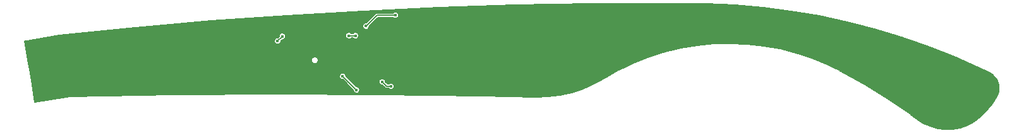
<source format=gbl>
G04 #@! TF.GenerationSoftware,KiCad,Pcbnew,(5.0.1)-3*
G04 #@! TF.CreationDate,2020-05-15T20:10:48+09:30*
G04 #@! TF.ProjectId,LED Left Glasses Arm (mcu),4C4544204C65667420476C6173736573,rev?*
G04 #@! TF.SameCoordinates,Original*
G04 #@! TF.FileFunction,Copper,L2,Bot,Signal*
G04 #@! TF.FilePolarity,Positive*
%FSLAX46Y46*%
G04 Gerber Fmt 4.6, Leading zero omitted, Abs format (unit mm)*
G04 Created by KiCad (PCBNEW (5.0.1)-3) date 15/05/2020 8:10:48 PM*
%MOMM*%
%LPD*%
G01*
G04 APERTURE LIST*
G04 #@! TA.AperFunction,ViaPad*
%ADD10C,0.450000*%
G04 #@! TD*
G04 #@! TA.AperFunction,Conductor*
%ADD11C,0.150000*%
G04 #@! TD*
G04 APERTURE END LIST*
D10*
G04 #@! TO.N,GND*
X87100000Y-95625000D03*
X89300000Y-94225000D03*
X84625000Y-95625000D03*
X102525000Y-89550000D03*
X95525000Y-89500000D03*
X102475000Y-94675000D03*
X106975000Y-94875000D03*
X111000000Y-94575000D03*
X116050000Y-94525000D03*
X119500000Y-94350000D03*
X124550000Y-94650000D03*
X126150000Y-92350000D03*
X137025000Y-94650000D03*
X142000000Y-89300000D03*
X146000000Y-89175000D03*
X99000000Y-94250000D03*
X149050010Y-91975000D03*
G04 #@! TO.N,+3V3*
X130300000Y-86650000D03*
X126350000Y-88125000D03*
G04 #@! TO.N,/NRST*
X129705699Y-96205699D03*
X128531801Y-95606801D03*
G04 #@! TO.N,/MIC_MISO*
X123230699Y-94869301D03*
X125075000Y-96700000D03*
G04 #@! TO.N,Net-(C106-Pad1)*
X124950000Y-89400000D03*
X124050000Y-89400000D03*
X115143199Y-89481801D03*
X114506801Y-90118199D03*
G04 #@! TD*
D11*
G04 #@! TO.N,+3V3*
X127825000Y-86650000D02*
X126574999Y-87900001D01*
X126574999Y-87900001D02*
X126350000Y-88125000D01*
X130300000Y-86650000D02*
X127825000Y-86650000D01*
G04 #@! TO.N,/NRST*
X129705699Y-96205699D02*
X129130699Y-96205699D01*
X129130699Y-96205699D02*
X128531801Y-95606801D01*
G04 #@! TO.N,/MIC_MISO*
X123230699Y-94869301D02*
X125061398Y-96700000D01*
X125061398Y-96700000D02*
X125075000Y-96700000D01*
G04 #@! TO.N,Net-(C106-Pad1)*
X124950000Y-89400000D02*
X124050000Y-89400000D01*
X115143199Y-89481801D02*
X114506801Y-90118199D01*
G04 #@! TD*
G04 #@! TO.N,GND*
G36*
X171945029Y-85142056D02*
X175751265Y-85305790D01*
X179546338Y-85628686D01*
X183324555Y-86110219D01*
X187079323Y-86749550D01*
X190803992Y-87545547D01*
X194492076Y-88496822D01*
X198137093Y-89601705D01*
X201732634Y-90858253D01*
X205272416Y-92264268D01*
X208752273Y-93818201D01*
X209875108Y-94357644D01*
X210273949Y-94603577D01*
X210606547Y-94912203D01*
X210872866Y-95279553D01*
X211063572Y-95693392D01*
X211160609Y-96076300D01*
X211190014Y-96531010D01*
X211130790Y-96980856D01*
X210982585Y-97418712D01*
X210891537Y-97598084D01*
X210200798Y-98662757D01*
X209387558Y-99636254D01*
X208640714Y-100353436D01*
X207830932Y-100956005D01*
X206943139Y-101427126D01*
X205994303Y-101758536D01*
X205006251Y-101942613D01*
X204001726Y-101975119D01*
X203003845Y-101855304D01*
X202035568Y-101585929D01*
X201117915Y-101172621D01*
X200354766Y-100687119D01*
X199382888Y-99983055D01*
X199379044Y-99980396D01*
X199375183Y-99977641D01*
X196328083Y-97902107D01*
X196328052Y-97902085D01*
X196316162Y-97894361D01*
X193181449Y-95953728D01*
X193181396Y-95953694D01*
X193175172Y-95950027D01*
X193169180Y-95946495D01*
X193169125Y-95946466D01*
X189952747Y-94144414D01*
X189940229Y-94137754D01*
X189938320Y-94136843D01*
X189937380Y-94136339D01*
X188150962Y-93257288D01*
X188141191Y-93252897D01*
X188131267Y-93248397D01*
X186097368Y-92410480D01*
X186092905Y-92408821D01*
X186076105Y-92402576D01*
X183988710Y-91708577D01*
X183966947Y-91702176D01*
X181836226Y-91155477D01*
X181831346Y-91154405D01*
X181814069Y-91150609D01*
X179650404Y-90753875D01*
X179647847Y-90753498D01*
X179627962Y-90750564D01*
X177441891Y-90505724D01*
X177419273Y-90503988D01*
X177419272Y-90503988D01*
X175221449Y-90412238D01*
X175198765Y-90412083D01*
X172999894Y-90473868D01*
X172988942Y-90474559D01*
X172977254Y-90475296D01*
X170788049Y-90690317D01*
X170777327Y-90691750D01*
X170765564Y-90693321D01*
X168596692Y-91060529D01*
X168585581Y-91062812D01*
X168574471Y-91065094D01*
X166436496Y-91582700D01*
X166422520Y-91586605D01*
X166414649Y-91588804D01*
X164317988Y-92254287D01*
X164297770Y-92261491D01*
X164296619Y-92261901D01*
X162251488Y-93072019D01*
X162230702Y-93081104D01*
X162230691Y-93081110D01*
X160247064Y-94031909D01*
X160233183Y-94039169D01*
X160226963Y-94042422D01*
X158316683Y-95128032D01*
X156898886Y-95909392D01*
X155425487Y-96545753D01*
X153897865Y-97037969D01*
X152330102Y-97381503D01*
X150736597Y-97573196D01*
X149129720Y-97611611D01*
X141881202Y-97458170D01*
X141880040Y-97458152D01*
X141878606Y-97458125D01*
X128086731Y-97276415D01*
X128083328Y-97276388D01*
X128083327Y-97276388D01*
X114290305Y-97239113D01*
X114286902Y-97239122D01*
X100494246Y-97346287D01*
X100490843Y-97346331D01*
X86715131Y-97597649D01*
X86708203Y-97596720D01*
X86660317Y-97599743D01*
X81984891Y-98360070D01*
X81410007Y-94824980D01*
X122780699Y-94824980D01*
X122780699Y-94913622D01*
X122797993Y-95000561D01*
X122831914Y-95082456D01*
X122881161Y-95156159D01*
X122943841Y-95218839D01*
X123017544Y-95268086D01*
X123099439Y-95302007D01*
X123186378Y-95319301D01*
X123256436Y-95319301D01*
X124625000Y-96687866D01*
X124625000Y-96744321D01*
X124642294Y-96831260D01*
X124676215Y-96913155D01*
X124725462Y-96986858D01*
X124788142Y-97049538D01*
X124861845Y-97098785D01*
X124943740Y-97132706D01*
X125030679Y-97150000D01*
X125119321Y-97150000D01*
X125206260Y-97132706D01*
X125288155Y-97098785D01*
X125361858Y-97049538D01*
X125424538Y-96986858D01*
X125473785Y-96913155D01*
X125507706Y-96831260D01*
X125525000Y-96744321D01*
X125525000Y-96655679D01*
X125507706Y-96568740D01*
X125473785Y-96486845D01*
X125424538Y-96413142D01*
X125361858Y-96350462D01*
X125288155Y-96301215D01*
X125206260Y-96267294D01*
X125119321Y-96250000D01*
X125035662Y-96250000D01*
X124348142Y-95562480D01*
X128081801Y-95562480D01*
X128081801Y-95651122D01*
X128099095Y-95738061D01*
X128133016Y-95819956D01*
X128182263Y-95893659D01*
X128244943Y-95956339D01*
X128318646Y-96005586D01*
X128400541Y-96039507D01*
X128487480Y-96056801D01*
X128557538Y-96056801D01*
X128908150Y-96407414D01*
X128917541Y-96418857D01*
X128928984Y-96428248D01*
X128928985Y-96428249D01*
X128963221Y-96456346D01*
X129012377Y-96482620D01*
X129015339Y-96484203D01*
X129071889Y-96501358D01*
X129115966Y-96505699D01*
X129115969Y-96505699D01*
X129130699Y-96507150D01*
X129145429Y-96505699D01*
X129369303Y-96505699D01*
X129418841Y-96555237D01*
X129492544Y-96604484D01*
X129574439Y-96638405D01*
X129661378Y-96655699D01*
X129750020Y-96655699D01*
X129836959Y-96638405D01*
X129918854Y-96604484D01*
X129992557Y-96555237D01*
X130055237Y-96492557D01*
X130104484Y-96418854D01*
X130138405Y-96336959D01*
X130155699Y-96250020D01*
X130155699Y-96161378D01*
X130138405Y-96074439D01*
X130104484Y-95992544D01*
X130055237Y-95918841D01*
X129992557Y-95856161D01*
X129918854Y-95806914D01*
X129836959Y-95772993D01*
X129750020Y-95755699D01*
X129661378Y-95755699D01*
X129574439Y-95772993D01*
X129492544Y-95806914D01*
X129418841Y-95856161D01*
X129369303Y-95905699D01*
X129254963Y-95905699D01*
X128981801Y-95632538D01*
X128981801Y-95562480D01*
X128964507Y-95475541D01*
X128930586Y-95393646D01*
X128881339Y-95319943D01*
X128818659Y-95257263D01*
X128744956Y-95208016D01*
X128663061Y-95174095D01*
X128576122Y-95156801D01*
X128487480Y-95156801D01*
X128400541Y-95174095D01*
X128318646Y-95208016D01*
X128244943Y-95257263D01*
X128182263Y-95319943D01*
X128133016Y-95393646D01*
X128099095Y-95475541D01*
X128081801Y-95562480D01*
X124348142Y-95562480D01*
X123680699Y-94895038D01*
X123680699Y-94824980D01*
X123663405Y-94738041D01*
X123629484Y-94656146D01*
X123580237Y-94582443D01*
X123517557Y-94519763D01*
X123443854Y-94470516D01*
X123361959Y-94436595D01*
X123275020Y-94419301D01*
X123186378Y-94419301D01*
X123099439Y-94436595D01*
X123017544Y-94470516D01*
X122943841Y-94519763D01*
X122881161Y-94582443D01*
X122831914Y-94656146D01*
X122797993Y-94738041D01*
X122780699Y-94824980D01*
X81410007Y-94824980D01*
X81058456Y-92663217D01*
X119025000Y-92663217D01*
X119025000Y-92756783D01*
X119043254Y-92848552D01*
X119079061Y-92934997D01*
X119131044Y-93012795D01*
X119197205Y-93078956D01*
X119275003Y-93130939D01*
X119361448Y-93166746D01*
X119453217Y-93185000D01*
X119546783Y-93185000D01*
X119638552Y-93166746D01*
X119724997Y-93130939D01*
X119802795Y-93078956D01*
X119868956Y-93012795D01*
X119920939Y-92934997D01*
X119956746Y-92848552D01*
X119975000Y-92756783D01*
X119975000Y-92663217D01*
X119956746Y-92571448D01*
X119920939Y-92485003D01*
X119868956Y-92407205D01*
X119802795Y-92341044D01*
X119724997Y-92289061D01*
X119638552Y-92253254D01*
X119546783Y-92235000D01*
X119453217Y-92235000D01*
X119361448Y-92253254D01*
X119275003Y-92289061D01*
X119197205Y-92341044D01*
X119131044Y-92407205D01*
X119079061Y-92485003D01*
X119043254Y-92571448D01*
X119025000Y-92663217D01*
X81058456Y-92663217D01*
X80644602Y-90118338D01*
X80917996Y-90073878D01*
X114056801Y-90073878D01*
X114056801Y-90162520D01*
X114074095Y-90249459D01*
X114108016Y-90331354D01*
X114157263Y-90405057D01*
X114219943Y-90467737D01*
X114293646Y-90516984D01*
X114375541Y-90550905D01*
X114462480Y-90568199D01*
X114551122Y-90568199D01*
X114638061Y-90550905D01*
X114719956Y-90516984D01*
X114793659Y-90467737D01*
X114856339Y-90405057D01*
X114905586Y-90331354D01*
X114939507Y-90249459D01*
X114956801Y-90162520D01*
X114956801Y-90092463D01*
X115117463Y-89931801D01*
X115187520Y-89931801D01*
X115274459Y-89914507D01*
X115356354Y-89880586D01*
X115430057Y-89831339D01*
X115492737Y-89768659D01*
X115541984Y-89694956D01*
X115575905Y-89613061D01*
X115593199Y-89526122D01*
X115593199Y-89437480D01*
X115576928Y-89355679D01*
X123600000Y-89355679D01*
X123600000Y-89444321D01*
X123617294Y-89531260D01*
X123651215Y-89613155D01*
X123700462Y-89686858D01*
X123763142Y-89749538D01*
X123836845Y-89798785D01*
X123918740Y-89832706D01*
X124005679Y-89850000D01*
X124094321Y-89850000D01*
X124181260Y-89832706D01*
X124263155Y-89798785D01*
X124336858Y-89749538D01*
X124386396Y-89700000D01*
X124613604Y-89700000D01*
X124663142Y-89749538D01*
X124736845Y-89798785D01*
X124818740Y-89832706D01*
X124905679Y-89850000D01*
X124994321Y-89850000D01*
X125081260Y-89832706D01*
X125163155Y-89798785D01*
X125236858Y-89749538D01*
X125299538Y-89686858D01*
X125348785Y-89613155D01*
X125382706Y-89531260D01*
X125400000Y-89444321D01*
X125400000Y-89355679D01*
X125382706Y-89268740D01*
X125348785Y-89186845D01*
X125299538Y-89113142D01*
X125236858Y-89050462D01*
X125163155Y-89001215D01*
X125081260Y-88967294D01*
X124994321Y-88950000D01*
X124905679Y-88950000D01*
X124818740Y-88967294D01*
X124736845Y-89001215D01*
X124663142Y-89050462D01*
X124613604Y-89100000D01*
X124386396Y-89100000D01*
X124336858Y-89050462D01*
X124263155Y-89001215D01*
X124181260Y-88967294D01*
X124094321Y-88950000D01*
X124005679Y-88950000D01*
X123918740Y-88967294D01*
X123836845Y-89001215D01*
X123763142Y-89050462D01*
X123700462Y-89113142D01*
X123651215Y-89186845D01*
X123617294Y-89268740D01*
X123600000Y-89355679D01*
X115576928Y-89355679D01*
X115575905Y-89350541D01*
X115541984Y-89268646D01*
X115492737Y-89194943D01*
X115430057Y-89132263D01*
X115356354Y-89083016D01*
X115274459Y-89049095D01*
X115187520Y-89031801D01*
X115098878Y-89031801D01*
X115011939Y-89049095D01*
X114930044Y-89083016D01*
X114856341Y-89132263D01*
X114793661Y-89194943D01*
X114744414Y-89268646D01*
X114710493Y-89350541D01*
X114693199Y-89437480D01*
X114693199Y-89507537D01*
X114532537Y-89668199D01*
X114462480Y-89668199D01*
X114375541Y-89685493D01*
X114293646Y-89719414D01*
X114219943Y-89768661D01*
X114157263Y-89831341D01*
X114108016Y-89905044D01*
X114074095Y-89986939D01*
X114056801Y-90073878D01*
X80917996Y-90073878D01*
X85300544Y-89361179D01*
X95439281Y-88332622D01*
X98323211Y-88080679D01*
X125900000Y-88080679D01*
X125900000Y-88169321D01*
X125917294Y-88256260D01*
X125951215Y-88338155D01*
X126000462Y-88411858D01*
X126063142Y-88474538D01*
X126136845Y-88523785D01*
X126218740Y-88557706D01*
X126305679Y-88575000D01*
X126394321Y-88575000D01*
X126481260Y-88557706D01*
X126563155Y-88523785D01*
X126636858Y-88474538D01*
X126699538Y-88411858D01*
X126748785Y-88338155D01*
X126782706Y-88256260D01*
X126800000Y-88169321D01*
X126800000Y-88099263D01*
X127949264Y-86950000D01*
X129963604Y-86950000D01*
X130013142Y-86999538D01*
X130086845Y-87048785D01*
X130168740Y-87082706D01*
X130255679Y-87100000D01*
X130344321Y-87100000D01*
X130431260Y-87082706D01*
X130513155Y-87048785D01*
X130586858Y-86999538D01*
X130649538Y-86936858D01*
X130698785Y-86863155D01*
X130732706Y-86781260D01*
X130750000Y-86694321D01*
X130750000Y-86605679D01*
X130732706Y-86518740D01*
X130698785Y-86436845D01*
X130649538Y-86363142D01*
X130586858Y-86300462D01*
X130513155Y-86251215D01*
X130431260Y-86217294D01*
X130344321Y-86200000D01*
X130255679Y-86200000D01*
X130168740Y-86217294D01*
X130086845Y-86251215D01*
X130013142Y-86300462D01*
X129963604Y-86350000D01*
X127839722Y-86350000D01*
X127824999Y-86348550D01*
X127810276Y-86350000D01*
X127810267Y-86350000D01*
X127766190Y-86354341D01*
X127709640Y-86371496D01*
X127689109Y-86382470D01*
X127657522Y-86399353D01*
X127623285Y-86427451D01*
X127611842Y-86436842D01*
X127602451Y-86448285D01*
X126375737Y-87675000D01*
X126305679Y-87675000D01*
X126218740Y-87692294D01*
X126136845Y-87726215D01*
X126063142Y-87775462D01*
X126000462Y-87838142D01*
X125951215Y-87911845D01*
X125917294Y-87993740D01*
X125900000Y-88080679D01*
X98323211Y-88080679D01*
X105598989Y-87445060D01*
X115770021Y-86699443D01*
X125950464Y-86095908D01*
X136138344Y-85634573D01*
X146331736Y-85315526D01*
X156528517Y-85138833D01*
X166727302Y-85104526D01*
X171945029Y-85142056D01*
X171945029Y-85142056D01*
G37*
X171945029Y-85142056D02*
X175751265Y-85305790D01*
X179546338Y-85628686D01*
X183324555Y-86110219D01*
X187079323Y-86749550D01*
X190803992Y-87545547D01*
X194492076Y-88496822D01*
X198137093Y-89601705D01*
X201732634Y-90858253D01*
X205272416Y-92264268D01*
X208752273Y-93818201D01*
X209875108Y-94357644D01*
X210273949Y-94603577D01*
X210606547Y-94912203D01*
X210872866Y-95279553D01*
X211063572Y-95693392D01*
X211160609Y-96076300D01*
X211190014Y-96531010D01*
X211130790Y-96980856D01*
X210982585Y-97418712D01*
X210891537Y-97598084D01*
X210200798Y-98662757D01*
X209387558Y-99636254D01*
X208640714Y-100353436D01*
X207830932Y-100956005D01*
X206943139Y-101427126D01*
X205994303Y-101758536D01*
X205006251Y-101942613D01*
X204001726Y-101975119D01*
X203003845Y-101855304D01*
X202035568Y-101585929D01*
X201117915Y-101172621D01*
X200354766Y-100687119D01*
X199382888Y-99983055D01*
X199379044Y-99980396D01*
X199375183Y-99977641D01*
X196328083Y-97902107D01*
X196328052Y-97902085D01*
X196316162Y-97894361D01*
X193181449Y-95953728D01*
X193181396Y-95953694D01*
X193175172Y-95950027D01*
X193169180Y-95946495D01*
X193169125Y-95946466D01*
X189952747Y-94144414D01*
X189940229Y-94137754D01*
X189938320Y-94136843D01*
X189937380Y-94136339D01*
X188150962Y-93257288D01*
X188141191Y-93252897D01*
X188131267Y-93248397D01*
X186097368Y-92410480D01*
X186092905Y-92408821D01*
X186076105Y-92402576D01*
X183988710Y-91708577D01*
X183966947Y-91702176D01*
X181836226Y-91155477D01*
X181831346Y-91154405D01*
X181814069Y-91150609D01*
X179650404Y-90753875D01*
X179647847Y-90753498D01*
X179627962Y-90750564D01*
X177441891Y-90505724D01*
X177419273Y-90503988D01*
X177419272Y-90503988D01*
X175221449Y-90412238D01*
X175198765Y-90412083D01*
X172999894Y-90473868D01*
X172988942Y-90474559D01*
X172977254Y-90475296D01*
X170788049Y-90690317D01*
X170777327Y-90691750D01*
X170765564Y-90693321D01*
X168596692Y-91060529D01*
X168585581Y-91062812D01*
X168574471Y-91065094D01*
X166436496Y-91582700D01*
X166422520Y-91586605D01*
X166414649Y-91588804D01*
X164317988Y-92254287D01*
X164297770Y-92261491D01*
X164296619Y-92261901D01*
X162251488Y-93072019D01*
X162230702Y-93081104D01*
X162230691Y-93081110D01*
X160247064Y-94031909D01*
X160233183Y-94039169D01*
X160226963Y-94042422D01*
X158316683Y-95128032D01*
X156898886Y-95909392D01*
X155425487Y-96545753D01*
X153897865Y-97037969D01*
X152330102Y-97381503D01*
X150736597Y-97573196D01*
X149129720Y-97611611D01*
X141881202Y-97458170D01*
X141880040Y-97458152D01*
X141878606Y-97458125D01*
X128086731Y-97276415D01*
X128083328Y-97276388D01*
X128083327Y-97276388D01*
X114290305Y-97239113D01*
X114286902Y-97239122D01*
X100494246Y-97346287D01*
X100490843Y-97346331D01*
X86715131Y-97597649D01*
X86708203Y-97596720D01*
X86660317Y-97599743D01*
X81984891Y-98360070D01*
X81410007Y-94824980D01*
X122780699Y-94824980D01*
X122780699Y-94913622D01*
X122797993Y-95000561D01*
X122831914Y-95082456D01*
X122881161Y-95156159D01*
X122943841Y-95218839D01*
X123017544Y-95268086D01*
X123099439Y-95302007D01*
X123186378Y-95319301D01*
X123256436Y-95319301D01*
X124625000Y-96687866D01*
X124625000Y-96744321D01*
X124642294Y-96831260D01*
X124676215Y-96913155D01*
X124725462Y-96986858D01*
X124788142Y-97049538D01*
X124861845Y-97098785D01*
X124943740Y-97132706D01*
X125030679Y-97150000D01*
X125119321Y-97150000D01*
X125206260Y-97132706D01*
X125288155Y-97098785D01*
X125361858Y-97049538D01*
X125424538Y-96986858D01*
X125473785Y-96913155D01*
X125507706Y-96831260D01*
X125525000Y-96744321D01*
X125525000Y-96655679D01*
X125507706Y-96568740D01*
X125473785Y-96486845D01*
X125424538Y-96413142D01*
X125361858Y-96350462D01*
X125288155Y-96301215D01*
X125206260Y-96267294D01*
X125119321Y-96250000D01*
X125035662Y-96250000D01*
X124348142Y-95562480D01*
X128081801Y-95562480D01*
X128081801Y-95651122D01*
X128099095Y-95738061D01*
X128133016Y-95819956D01*
X128182263Y-95893659D01*
X128244943Y-95956339D01*
X128318646Y-96005586D01*
X128400541Y-96039507D01*
X128487480Y-96056801D01*
X128557538Y-96056801D01*
X128908150Y-96407414D01*
X128917541Y-96418857D01*
X128928984Y-96428248D01*
X128928985Y-96428249D01*
X128963221Y-96456346D01*
X129012377Y-96482620D01*
X129015339Y-96484203D01*
X129071889Y-96501358D01*
X129115966Y-96505699D01*
X129115969Y-96505699D01*
X129130699Y-96507150D01*
X129145429Y-96505699D01*
X129369303Y-96505699D01*
X129418841Y-96555237D01*
X129492544Y-96604484D01*
X129574439Y-96638405D01*
X129661378Y-96655699D01*
X129750020Y-96655699D01*
X129836959Y-96638405D01*
X129918854Y-96604484D01*
X129992557Y-96555237D01*
X130055237Y-96492557D01*
X130104484Y-96418854D01*
X130138405Y-96336959D01*
X130155699Y-96250020D01*
X130155699Y-96161378D01*
X130138405Y-96074439D01*
X130104484Y-95992544D01*
X130055237Y-95918841D01*
X129992557Y-95856161D01*
X129918854Y-95806914D01*
X129836959Y-95772993D01*
X129750020Y-95755699D01*
X129661378Y-95755699D01*
X129574439Y-95772993D01*
X129492544Y-95806914D01*
X129418841Y-95856161D01*
X129369303Y-95905699D01*
X129254963Y-95905699D01*
X128981801Y-95632538D01*
X128981801Y-95562480D01*
X128964507Y-95475541D01*
X128930586Y-95393646D01*
X128881339Y-95319943D01*
X128818659Y-95257263D01*
X128744956Y-95208016D01*
X128663061Y-95174095D01*
X128576122Y-95156801D01*
X128487480Y-95156801D01*
X128400541Y-95174095D01*
X128318646Y-95208016D01*
X128244943Y-95257263D01*
X128182263Y-95319943D01*
X128133016Y-95393646D01*
X128099095Y-95475541D01*
X128081801Y-95562480D01*
X124348142Y-95562480D01*
X123680699Y-94895038D01*
X123680699Y-94824980D01*
X123663405Y-94738041D01*
X123629484Y-94656146D01*
X123580237Y-94582443D01*
X123517557Y-94519763D01*
X123443854Y-94470516D01*
X123361959Y-94436595D01*
X123275020Y-94419301D01*
X123186378Y-94419301D01*
X123099439Y-94436595D01*
X123017544Y-94470516D01*
X122943841Y-94519763D01*
X122881161Y-94582443D01*
X122831914Y-94656146D01*
X122797993Y-94738041D01*
X122780699Y-94824980D01*
X81410007Y-94824980D01*
X81058456Y-92663217D01*
X119025000Y-92663217D01*
X119025000Y-92756783D01*
X119043254Y-92848552D01*
X119079061Y-92934997D01*
X119131044Y-93012795D01*
X119197205Y-93078956D01*
X119275003Y-93130939D01*
X119361448Y-93166746D01*
X119453217Y-93185000D01*
X119546783Y-93185000D01*
X119638552Y-93166746D01*
X119724997Y-93130939D01*
X119802795Y-93078956D01*
X119868956Y-93012795D01*
X119920939Y-92934997D01*
X119956746Y-92848552D01*
X119975000Y-92756783D01*
X119975000Y-92663217D01*
X119956746Y-92571448D01*
X119920939Y-92485003D01*
X119868956Y-92407205D01*
X119802795Y-92341044D01*
X119724997Y-92289061D01*
X119638552Y-92253254D01*
X119546783Y-92235000D01*
X119453217Y-92235000D01*
X119361448Y-92253254D01*
X119275003Y-92289061D01*
X119197205Y-92341044D01*
X119131044Y-92407205D01*
X119079061Y-92485003D01*
X119043254Y-92571448D01*
X119025000Y-92663217D01*
X81058456Y-92663217D01*
X80644602Y-90118338D01*
X80917996Y-90073878D01*
X114056801Y-90073878D01*
X114056801Y-90162520D01*
X114074095Y-90249459D01*
X114108016Y-90331354D01*
X114157263Y-90405057D01*
X114219943Y-90467737D01*
X114293646Y-90516984D01*
X114375541Y-90550905D01*
X114462480Y-90568199D01*
X114551122Y-90568199D01*
X114638061Y-90550905D01*
X114719956Y-90516984D01*
X114793659Y-90467737D01*
X114856339Y-90405057D01*
X114905586Y-90331354D01*
X114939507Y-90249459D01*
X114956801Y-90162520D01*
X114956801Y-90092463D01*
X115117463Y-89931801D01*
X115187520Y-89931801D01*
X115274459Y-89914507D01*
X115356354Y-89880586D01*
X115430057Y-89831339D01*
X115492737Y-89768659D01*
X115541984Y-89694956D01*
X115575905Y-89613061D01*
X115593199Y-89526122D01*
X115593199Y-89437480D01*
X115576928Y-89355679D01*
X123600000Y-89355679D01*
X123600000Y-89444321D01*
X123617294Y-89531260D01*
X123651215Y-89613155D01*
X123700462Y-89686858D01*
X123763142Y-89749538D01*
X123836845Y-89798785D01*
X123918740Y-89832706D01*
X124005679Y-89850000D01*
X124094321Y-89850000D01*
X124181260Y-89832706D01*
X124263155Y-89798785D01*
X124336858Y-89749538D01*
X124386396Y-89700000D01*
X124613604Y-89700000D01*
X124663142Y-89749538D01*
X124736845Y-89798785D01*
X124818740Y-89832706D01*
X124905679Y-89850000D01*
X124994321Y-89850000D01*
X125081260Y-89832706D01*
X125163155Y-89798785D01*
X125236858Y-89749538D01*
X125299538Y-89686858D01*
X125348785Y-89613155D01*
X125382706Y-89531260D01*
X125400000Y-89444321D01*
X125400000Y-89355679D01*
X125382706Y-89268740D01*
X125348785Y-89186845D01*
X125299538Y-89113142D01*
X125236858Y-89050462D01*
X125163155Y-89001215D01*
X125081260Y-88967294D01*
X124994321Y-88950000D01*
X124905679Y-88950000D01*
X124818740Y-88967294D01*
X124736845Y-89001215D01*
X124663142Y-89050462D01*
X124613604Y-89100000D01*
X124386396Y-89100000D01*
X124336858Y-89050462D01*
X124263155Y-89001215D01*
X124181260Y-88967294D01*
X124094321Y-88950000D01*
X124005679Y-88950000D01*
X123918740Y-88967294D01*
X123836845Y-89001215D01*
X123763142Y-89050462D01*
X123700462Y-89113142D01*
X123651215Y-89186845D01*
X123617294Y-89268740D01*
X123600000Y-89355679D01*
X115576928Y-89355679D01*
X115575905Y-89350541D01*
X115541984Y-89268646D01*
X115492737Y-89194943D01*
X115430057Y-89132263D01*
X115356354Y-89083016D01*
X115274459Y-89049095D01*
X115187520Y-89031801D01*
X115098878Y-89031801D01*
X115011939Y-89049095D01*
X114930044Y-89083016D01*
X114856341Y-89132263D01*
X114793661Y-89194943D01*
X114744414Y-89268646D01*
X114710493Y-89350541D01*
X114693199Y-89437480D01*
X114693199Y-89507537D01*
X114532537Y-89668199D01*
X114462480Y-89668199D01*
X114375541Y-89685493D01*
X114293646Y-89719414D01*
X114219943Y-89768661D01*
X114157263Y-89831341D01*
X114108016Y-89905044D01*
X114074095Y-89986939D01*
X114056801Y-90073878D01*
X80917996Y-90073878D01*
X85300544Y-89361179D01*
X95439281Y-88332622D01*
X98323211Y-88080679D01*
X125900000Y-88080679D01*
X125900000Y-88169321D01*
X125917294Y-88256260D01*
X125951215Y-88338155D01*
X126000462Y-88411858D01*
X126063142Y-88474538D01*
X126136845Y-88523785D01*
X126218740Y-88557706D01*
X126305679Y-88575000D01*
X126394321Y-88575000D01*
X126481260Y-88557706D01*
X126563155Y-88523785D01*
X126636858Y-88474538D01*
X126699538Y-88411858D01*
X126748785Y-88338155D01*
X126782706Y-88256260D01*
X126800000Y-88169321D01*
X126800000Y-88099263D01*
X127949264Y-86950000D01*
X129963604Y-86950000D01*
X130013142Y-86999538D01*
X130086845Y-87048785D01*
X130168740Y-87082706D01*
X130255679Y-87100000D01*
X130344321Y-87100000D01*
X130431260Y-87082706D01*
X130513155Y-87048785D01*
X130586858Y-86999538D01*
X130649538Y-86936858D01*
X130698785Y-86863155D01*
X130732706Y-86781260D01*
X130750000Y-86694321D01*
X130750000Y-86605679D01*
X130732706Y-86518740D01*
X130698785Y-86436845D01*
X130649538Y-86363142D01*
X130586858Y-86300462D01*
X130513155Y-86251215D01*
X130431260Y-86217294D01*
X130344321Y-86200000D01*
X130255679Y-86200000D01*
X130168740Y-86217294D01*
X130086845Y-86251215D01*
X130013142Y-86300462D01*
X129963604Y-86350000D01*
X127839722Y-86350000D01*
X127824999Y-86348550D01*
X127810276Y-86350000D01*
X127810267Y-86350000D01*
X127766190Y-86354341D01*
X127709640Y-86371496D01*
X127689109Y-86382470D01*
X127657522Y-86399353D01*
X127623285Y-86427451D01*
X127611842Y-86436842D01*
X127602451Y-86448285D01*
X126375737Y-87675000D01*
X126305679Y-87675000D01*
X126218740Y-87692294D01*
X126136845Y-87726215D01*
X126063142Y-87775462D01*
X126000462Y-87838142D01*
X125951215Y-87911845D01*
X125917294Y-87993740D01*
X125900000Y-88080679D01*
X98323211Y-88080679D01*
X105598989Y-87445060D01*
X115770021Y-86699443D01*
X125950464Y-86095908D01*
X136138344Y-85634573D01*
X146331736Y-85315526D01*
X156528517Y-85138833D01*
X166727302Y-85104526D01*
X171945029Y-85142056D01*
G04 #@! TD*
M02*

</source>
